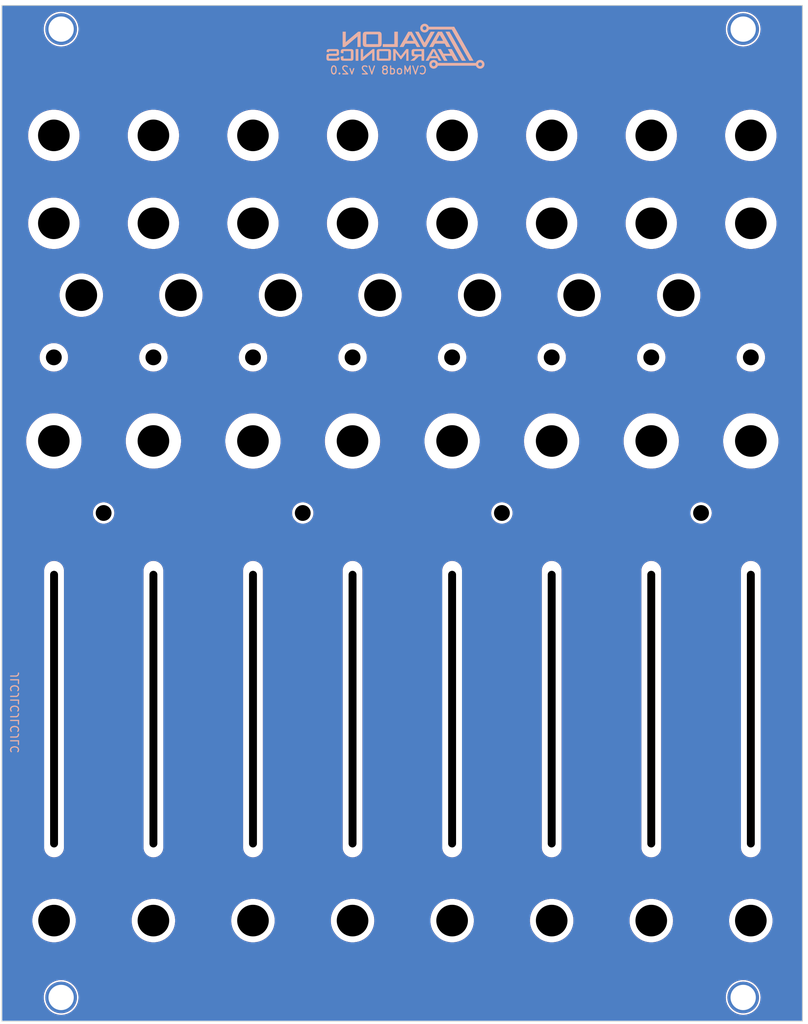
<source format=kicad_pcb>
(kicad_pcb (version 20240108) (generator "pcbnew") (generator_version "8.0")
  (layers (0 "F.Cu" signal) (31 "B.Cu" signal) (34 "B.Paste" user) (35 "F.Paste" user) (36 "B.SilkS" user "B.Silkscreen") (37 "F.SilkS" user "F.Silkscreen") (38 "B.Mask" user) (39 "F.Mask" user) (44 "Edge.Cuts" user))
  (net 0 "")
  (net 1 "GND")
  (footprint "Panels:Panel LED 3mm" (layer "F.Cu") (at 72.014 76.322)
    (property "Reference" "REF**" (hide yes))
    (property "Value" "Panel LED 3mm" (hide yes))
    (pad "" np_thru_hole circle (at 0 0) (size 2 2) (drill 3.1) (layers "Dwgs.User"))
  )
  (footprint "Panels:Panel Jack" (layer "F.Cu") (at 46.8172 48.2396)
    (property "Reference" "REF**" (hide yes))
    (property "Value" "Panel Jack" (hide yes))
    (pad "" np_thru_hole circle (at 0 0) (size 4 4) (drill 6) (layers "Dwgs.User"))
  )
  (footprint "Panels:Panel Screw M2" (layer "F.Cu") (at 128.7068 96.012)
    (property "Reference" "REF**" (hide yes))
    (property "Value" "Panel Screw M2" (hide yes))
    (pad "" np_thru_hole circle (at 0 0) (size 2 2) (drill 2.2) (layers "Dwgs.User"))
  )
  (footprint "Panels:Panel LED 3mm" (layer "F.Cu") (at 59.4156 76.322)
    (property "Reference" "REF**" (hide yes))
    (property "Value" "Panel LED 3mm" (hide yes))
    (pad "" np_thru_hole circle (at 0 0) (size 2 2) (drill 3.1) (layers "Dwgs.User"))
  )
  (footprint "Panels:Panel LED 3mm" (layer "F.Cu") (at 84.6124 76.322)
    (property "Reference" "REF**" (hide yes))
    (property "Value" "Panel LED 3mm" (hide yes))
    (pad "" np_thru_hole circle (at 0 0) (size 2 2) (drill 3.1) (layers "Dwgs.User"))
  )
  (footprint "Panels:Panel Avalon Harmonics Small 13mm" (layer "F.Cu") (at 90.8812 156.4132)
    (property "Reference" "G***" (hide yes))
    (property "Value" "LOGO" (hide yes))
  )
  (footprint "Panels:Panel Jack" (layer "F.Cu") (at 72.014 59.3648)
    (property "Reference" "REF**" (hide yes))
    (property "Value" "Panel Jack" (hide yes))
    (pad "" np_thru_hole circle (at 0 0) (size 4 4) (drill 6) (layers "Dwgs.User"))
  )
  (footprint "Panels:Panel Jack" (layer "F.Cu") (at 135.006 48.2396)
    (property "Reference" "REF**" (hide yes))
    (property "Value" "Panel Jack" (hide yes))
    (pad "" np_thru_hole circle (at 0 0) (size 4 4) (drill 6) (layers "Dwgs.User"))
  )
  (footprint "Panels:Panel Screw" (layer "F.Cu") (at 47.7386 34.7976)
    (property "Reference" "REF**" (hide yes))
    (property "Value" "Panel Screw" (hide yes))
    (pad "" thru_hole circle (at 0 0) (size 4 4) (drill 3.2) (layers "*.Cu" "*.Mask"))
  )
  (footprint "Panels:Panel Switch SubMini" (layer "F.Cu") (at 84.6124 147.574)
    (property "Reference" "REF**" (hide yes))
    (property "Value" "Panel Switch SubMini" (hide yes))
    (pad "" np_thru_hole circle (at 0 0) (size 4 4) (drill 5) (layers "Dwgs.User"))
  )
  (footprint "Panels:Panel Switch SubMini" (layer "F.Cu") (at 97.2108 147.574)
    (property "Reference" "REF**" (hide yes))
    (property "Value" "Panel Switch SubMini" (hide yes))
    (pad "" np_thru_hole circle (at 0 0) (size 4 4) (drill 5) (layers "Dwgs.User"))
  )
  (footprint "Panels:Panel Trimmer Pot" (layer "F.Cu") (at 135.006 86.9002)
    (property "Reference" "REF**" (hide yes))
    (property "Value" "Panel Trimmer Pot" (hide yes))
    (pad "" np_thru_hole circle (at 0 0) (size 4 4) (drill 6.5) (layers "Dwgs.User"))
  )
  (footprint "Panels:Panel Switch SubMini" (layer "F.Cu") (at 135.006 147.574)
    (property "Reference" "REF**" (hide yes))
    (property "Value" "Panel Switch SubMini" (hide yes))
    (pad "" np_thru_hole circle (at 0 0) (size 4 4) (drill 5) (layers "Dwgs.User"))
  )
  (footprint "Panels:Panel Slide Pot 30mm 10 Ticks" (layer "F.Cu") (at 72.014 120.8228)
    (property "Reference" "REF**" (hide yes))
    (property "Value" "Panel Slide Pot 30mm 10 Ticks" (hide yes))
    (pad "" np_thru_hole roundrect (at 0 0) (size 1 35) (drill oval 2 37) (layers "Dwgs.User") (roundrect_rratio 0.5))
  )
  (footprint "Panels:Panel Switch SubMini" (layer "F.Cu") (at 113.284 68.453)
    (property "Reference" "REF**" (hide yes))
    (property "Value" "Panel Switch SubMini" (hide yes))
    (pad "" np_thru_hole circle (at 0 0) (size 4 4) (drill 5) (layers "Dwgs.User"))
  )
  (footprint "Panels:Panel LED 3mm" (layer "F.Cu") (at 135.006 76.322)
    (property "Reference" "REF**" (hide yes))
    (property "Value" "Panel LED 3mm" (hide yes))
    (pad "" np_thru_hole circle (at 0 0) (size 2 2) (drill 3.1) (layers "Dwgs.User"))
  )
  (footprint "Panels:Panel Trimmer Pot" (layer "F.Cu") (at 59.4156 86.9002)
    (property "Reference" "REF**" (hide yes))
    (property "Value" "Panel Trimmer Pot" (hide yes))
    (pad "" np_thru_hole circle (at 0 0) (size 4 4) (drill 6.5) (layers "Dwgs.User"))
  )
  (footprint "Panels:Panel Switch SubMini" (layer "F.Cu") (at 100.6856 68.453)
    (property "Reference" "REF**" (hide yes))
    (property "Value" "Panel Switch SubMini" (hide yes))
    (pad "" np_thru_hole circle (at 0 0) (size 4 4) (drill 5) (layers "Dwgs.User"))
  )
  (footprint "Panels:Panel Slide Pot 30mm 10 Ticks" (layer "F.Cu") (at 46.8452 120.8228)
    (property "Reference" "REF**" (hide yes))
    (property "Value" "Panel Slide Pot 30mm 10 Ticks" (hide yes))
    (pad "" np_thru_hole roundrect (at 0 0) (size 1 35) (drill oval 2 37) (layers "Dwgs.User") (roundrect_rratio 0.5))
  )
  (footprint "Panels:Panel Jack" (layer "F.Cu") (at 109.8092 59.3648)
    (property "Reference" "REF**" (hide yes))
    (property "Value" "Panel Jack" (hide yes))
    (pad "" np_thru_hole circle (at 0 0) (size 4 4) (drill 6) (layers "Dwgs.User"))
  )
  (footprint "Panels:Panel Screw" (layer "F.Cu") (at 134.0386 157.2976)
    (property "Reference" "REF**" (hide yes))
    (property "Value" "Panel Screw" (hide yes))
    (pad "" thru_hole circle (at 0 0) (size 4 4) (drill 3.2) (layers "*.Cu" "*.Mask"))
  )
  (footprint "Panels:Panel Jack" (layer "F.Cu") (at 84.6124 59.3648)
    (property "Reference" "REF**" (hide yes))
    (property "Value" "Panel Jack" (hide yes))
    (pad "" np_thru_hole circle (at 0 0) (size 4 4) (drill 6) (layers "Dwgs.User"))
  )
  (footprint "Panels:Panel Switch SubMini" (layer "F.Cu") (at 59.4156 147.574)
    (property "Reference" "REF**" (hide yes))
    (property "Value" "Panel Switch SubMini" (hide yes))
    (pad "" np_thru_hole circle (at 0 0) (size 4 4) (drill 5) (layers "Dwgs.User"))
  )
  (footprint "Panels_Graphics:CVMod8_V2_Panel" (layer "F.Cu") (at 90.88 96.07)
    (property "Reference" "G***" (hide yes))
    (property "Value" "LOGO" (hide yes))
  )
  (footprint "Panels:Panel LED 3mm" (layer "F.Cu") (at 46.8172 76.322)
    (property "Reference" "REF**" (hide yes))
    (property "Value" "Panel LED 3mm" (hide yes))
    (pad "" np_thru_hole circle (at 0 0) (size 2 2) (drill 3.1) (layers "Dwgs.User"))
  )
  (footprint "Panels:Panel Slide Pot 30mm 10 Ticks" (layer "F.Cu") (at 135.006 120.8228)
    (property "Reference" "REF**" (hide yes))
    (property "Value" "Panel Slide Pot 30mm 10 Ticks" (hide yes))
    (pad "" np_thru_hole roundrect (at 0 0) (size 1 35) (drill oval 2 37) (layers "Dwgs.User") (roundrect_rratio 0.5))
  )
  (footprint "Panels:Panel Jack" (layer "F.Cu") (at 122.4076 48.2396)
    (property "Reference" "REF**" (hide yes))
    (property "Value" "Panel Jack" (hide yes))
    (pad "" np_thru_hole circle (at 0 0) (size 4 4) (drill 6) (layers "Dwgs.User"))
  )
  (footprint "Panels:Panel Jack" (layer "F.Cu") (at 109.8092 48.2396)
    (property "Reference" "REF**" (hide yes))
    (property "Value" "Panel Jack" (hide yes))
    (pad "" np_thru_hole circle (at 0 0) (size 4 4) (drill 6) (layers "Dwgs.User"))
  )
  (footprint "Panels:Panel Switch SubMini" (layer "F.Cu") (at 125.8824 68.453)
    (property "Reference" "REF**" (hide yes))
    (property "Value" "Panel Switch SubMini" (hide yes))
    (pad "" np_thru_hole circle (at 0 0) (size 4 4) (drill 5) (layers "Dwgs.User"))
  )
  (footprint "Panels:Panel Switch SubMini" (layer "F.Cu") (at 50.292 68.453)
    (property "Reference" "REF**" (hide yes))
    (property "Value" "Panel Switch SubMini" (hide yes))
    (pad "" np_thru_hole circle (at 0 0) (size 4 4) (drill 5) (layers "Dwgs.User"))
  )
  (footprint "Panels:Panel Jack" (layer "F.Cu") (at 135.006 59.3648)
    (property "Reference" "REF**" (hide yes))
    (property "Value" "Panel Jack" (hide yes))
    (pad "" np_thru_hole circle (at 0 0) (size 4 4) (drill 6) (layers "Dwgs.User"))
  )
  (footprint "Panels:Panel Trimmer Pot" (layer "F.Cu") (at 72.00975 86.908141)
    (property "Reference" "REF**" (hide yes))
    (property "Value" "Panel Trimmer Pot" (hide yes))
    (pad "" np_thru_hole circle (at 0 0) (size 4 4) (drill 6.5) (layers "Dwgs.User"))
  )
  (footprint "Panels:Panel Trimmer Pot" (layer "F.Cu") (at 97.2108 86.9002)
    (property "Reference" "REF**" (hide yes))
    (property "Value" "Panel Trimmer Pot" (hide yes))
    (pad "" np_thru_hole circle (at 0 0) (size 4 4) (drill 6.5) (layers "Dwgs.User"))
  )
  (footprint "Panels:Panel Switch SubMini" (layer "F.Cu") (at 88.0872 68.453)
    (property "Reference" "REF**" (hide yes))
    (property "Value" "Panel Switch SubMini" (hide yes))
    (pad "" np_thru_hole circle (at 0 0) (size 4 4) (drill 5) (layers "Dwgs.User"))
  )
  (footprint "Panels:Panel Screw M2" (layer "F.Cu") (at 78.3132 96.012)
    (property "Reference" "REF**" (hide yes))
    (property "Value" "Panel Screw M2" (hide yes))
    (pad "" np_thru_hole circle (at 0 0) (size 2 2) (drill 2.2) (layers "Dwgs.User"))
  )
  (footprint "Panels:Panel Switch SubMini" (layer "F.Cu") (at 109.8092 147.574)
    (property "Reference" "REF**" (hide yes))
    (property "Value" "Panel Switch SubMini" (hide yes))
    (pad "" np_thru_hole circle (at 0 0) (size 4 4) (drill 5) (layers "Dwgs.User"))
  )
  (footprint "Panels:Panel Screw M2" (layer "F.Cu") (at 103.51 96.012)
    (property "Reference" "REF**" (hide yes))
    (property "Value" "Panel Screw M2" (hide yes))
    (pad "" np_thru_hole circle (at 0 0) (size 2 2) (drill 2.2) (layers "Dwgs.User"))
  )
  (footprint "Panels:Panel Slide Pot 30mm 10 Ticks" (layer "F.Cu") (at 84.6124 120.8228)
    (property "Reference" "REF**" (hide yes))
    (property "Value" "Panel Slide Pot 30mm 10 Ticks" (hide yes))
    (pad "" np_thru_hole roundrect (at 0 0) (size 1 35) (drill oval 2 37) (layers "Dwgs.User") (roundrect_rratio 0.5))
  )
  (footprint "Panels:Panel Switch SubMini" (layer "F.Cu") (at 122.4076 147.574)
    (property "Reference" "REF**" (hide yes))
    (property "Value" "Panel Switch SubMini" (hide yes))
    (pad "" np_thru_hole circle (at 0 0) (size 4 4) (drill 5) (layers "Dwgs.User"))
  )
  (footprint "Panels:Panel Screw" (layer "F.Cu") (at 134.0386 34.7976)
    (property "Reference" "REF**" (hide yes))
    (property "Value" "Panel Screw" (hide yes))
    (pad "" thru_hole circle (at 0 0) (size 4 4) (drill 3.2) (layers "*.Cu" "*.Mask"))
  )
  (footprint "Panels:Panel LED 3mm" (layer "F.Cu") (at 122.4076 76.322)
    (property "Reference" "REF**" (hide yes))
    (property "Value" "Panel LED 3mm" (hide yes))
    (pad "" np_thru_hole circle (at 0 0) (size 2 2) (drill 3.1) (layers "Dwgs.User"))
  )
  (footprint "Panels:Panel Screw" (layer "F.Cu") (at 47.7386 157.2976)
    (property "Reference" "REF**" (hide yes))
    (property "Value" "Panel Screw" (hide yes))
    (pad "" thru_hole circle (at 0 0) (size 4 4) (drill 3.2) (layers "*.Cu" "*.Mask"))
  )
  (footprint "Panels:Panel Jack" (layer "F.Cu") (at 97.2108 59.3648)
    (property "Reference" "REF**" (hide yes))
    (property "Value" "Panel Jack" (hide yes))
    (pad "" np_thru_hole circle (at 0 0) (size 4 4) (drill 6) (layers "Dwgs.User"))
  )
  (footprint "Panels:Panel Jack" (layer "F.Cu") (at 59.4156 48.2396)
    (property "Reference" "REF**" (hide yes))
    (property "Value" "Panel Jack" (hide yes))
    (pad "" np_thru_hole circle (at 0 0) (size 4 4) (drill 6) (layers "Dwgs.User"))
  )
  (footprint "Panels:Panel Trimmer Pot" (layer "F.Cu") (at 84.60815 86.908141)
    (property "Reference" "REF**" (hide yes))
    (property "Value" "Panel Trimmer Pot" (hide yes))
    (pad "" np_thru_hole circle (at 0 0) (size 4 4) (drill 6.5) (layers "Dwgs.User"))
  )
  (footprint "Panels:Panel Jack" (layer "F.Cu") (at 72.014 48.2396)
    (property "Reference" "REF**" (hide yes))
    (property "Value" "Panel Jack" (hide yes))
    (pad "" np_thru_hole circle (at 0 0) (size 4 4) (drill 6) (layers "Dwgs.User"))
  )
  (footprint "Panels:Panel Trimmer Pot" (layer "F.Cu") (at 122.4076 86.9002)
    (property "Reference" "REF**" (hide yes))
    (property "Value" "Panel Trimmer Pot" (hide yes))
    (pad "" np_thru_hole circle (at 0 0) (size 4 4) (drill 6.5) (layers "Dwgs.User"))
  )
  (footprint "Panels:Panel Jack" (layer "F.Cu") (at 59.4156 59.3648)
    (property "Reference" "REF**" (hide yes))
    (property "Value" "Panel Jack" (hide yes))
    (pad "" np_thru_hole circle (at 0 0) (size 4 4) (drill 6) (layers "Dwgs.User"))
  )
  (footprint "Panels:Panel Jack" (layer "F.Cu") (at 122.4076 59.3648)
    (property "Reference" "REF**" (hide yes))
    (property "Value" "Panel Jack" (hide yes))
    (pad "" np_thru_hole circle (at 0 0) (size 4 4) (drill 6) (layers "Dwgs.User"))
  )
  (footprint "Panels:Panel Slide Pot 30mm 10 Ticks" (layer "F.Cu") (at 109.8092 120.8228)
    (property "Reference" "REF**" (hide yes))
    (property "Value" "Panel Slide Pot 30mm 10 Ticks" (hide yes))
    (pad "" np_thru_hole roundrect (at 0 0) (size 1 35) (drill oval 2 37) (layers "Dwgs.User") (roundrect_rratio 0.5))
  )
  (footprint "Panels:Panel Jack" (layer "F.Cu") (at 84.6124 48.2396)
    (property "Reference" "REF**" (hide yes))
    (property "Value" "Panel Jack" (hide yes))
    (pad "" np_thru_hole circle (at 0 0) (size 4 4) (drill 6) (layers "Dwgs.User"))
  )
  (footprint "Panels:Panel Jack" (layer "F.Cu") (at 46.8172 59.3648)
    (property "Reference" "REF**" (hide yes))
    (property "Value" "Panel Jack" (hide yes))
    (pad "" np_thru_hole circle (at 0 0) (size 4 4) (drill 6) (layers "Dwgs.User"))
  )
  (footprint "Panels:Panel Slide Pot 30mm 10 Ticks" (layer "F.Cu") (at 122.4076 120.8228)
    (property "Reference" "REF**" (hide yes))
    (property "Value" "Panel Slide Pot 30mm 10 Ticks" (hide yes))
    (pad "" np_thru_hole roundrect (at 0 0) (size 1 35) (drill oval 2 37) (layers "Dwgs.User") (roundrect_rratio 0.5))
  )
  (footprint "Panels:Panel Switch SubMini" (layer "F.Cu") (at 75.4888 68.453)
    (property "Reference" "REF**" (hide yes))
    (property "Value" "Panel Switch SubMini" (hide yes))
    (pad "" np_thru_hole circle (at 0 0) (size 4 4) (drill 5) (layers "Dwgs.User"))
  )
  (footprint "Panels:Panel LED 3mm" (layer "F.Cu") (at 97.2108 76.322)
    (property "Reference" "REF**" (hide yes))
    (property "Value" "Panel LED 3mm" (hide yes))
    (pad "" np_thru_hole circle (at 0 0) (size 2 2) (drill 3.1) (layers "Dwgs.User"))
  )
  (footprint "Panels:Panel Trimmer Pot" (layer "F.Cu") (at 46.8172 86.9002)
    (property "Reference" "REF**" (hide yes))
    (property "Value" "Panel Trimmer Pot" (hide yes))
    (pad "" np_thru_hole circle (at 0 0) (size 4 4) (drill 6.5) (layers "Dwgs.User"))
  )
  (footprint "Panels:Panel Trimmer Pot" (layer "F.Cu") (at 109.80495 86.908141)
    (property "Reference" "REF**" (hide yes))
    (property "Value" "Panel Trimmer Pot" (hide yes))
    (pad "" np_thru_hole circle (at 0 0) (size 4 4) (drill 6.5) (layers "Dwgs.User"))
  )
  (footprint "Panels:Panel Jack" (layer "F.Cu") (at 97.2108 48.2396)
    (property "Reference" "REF**" (hide yes))
    (property "Value" "Panel Jack" (hide yes))
    (pad "" np_thru_hole circle (at 0 0) (size 4 4) (drill 6) (layers "Dwgs.User"))
  )
  (footprint "Panels:Panel Switch SubMini" (layer "F.Cu") (at 72.014 147.574)
    (property "Reference" "REF**" (hide yes))
    (property "Value" "Panel Switch SubMini" (hide yes))
    (pad "" np_thru_hole circle (at 0 0) (size 4 4) (drill 5) (layers "Dwgs.User"))
  )
  (footprint "Panels:Panel Slide Pot 30mm 10 Ticks" (layer "F.Cu") (at 59.4156 120.8228)
    (property "Reference" "REF**" (hide yes))
    (property "Value" "Panel Slide Pot 30mm 10 Ticks" (hide yes))
    (pad "" np_thru_hole roundrect (at 0 0) (size 1 35) (drill oval 2 37) (layers "Dwgs.User") (roundrect_rratio 0.5))
  )
  (footprint "Panels:Panel Switch SubMini" (layer "F.Cu") (at 62.8904 68.453)
    (property "Reference" "REF**" (hide yes))
    (property "Value" "Panel Switch SubMini" (hide yes))
    (pad "" np_thru_hole circle (at 0 0) (size 4 4) (drill 5) (layers "Dwgs.User"))
  )
  (footprint "Panels:Panel Slide Pot 30mm 10 Ticks" (layer "F.Cu") (at 97.2108 120.8228)
    (property "Reference" "REF**" (hide yes))
    (property "Value" "Panel Slide Pot 30mm 10 Ticks" (hide yes))
    (pad "" np_thru_hole roundrect (at 0 0) (size 1 35) (drill oval 2 37) (layers "Dwgs.User") (roundrect_rratio 0.5))
  )
  (footprint "Panels:Panel Switch SubMini" (layer "F.Cu") (at 46.8452 147.574)
    (property "Reference" "REF**" (hide yes))
    (property "Value" "Panel Switch SubMini" (hide yes))
    (pad "" np_thru_hole circle (at 0 0) (size 4 4) (drill 5) (layers "Dwgs.User"))
  )
  (footprint "Panels:Panel LED 3mm" (layer "F.Cu") (at 109.8092 76.322)
    (property "Reference" "REF**" (hide yes))
    (property "Value" "Panel LED 3mm" (hide yes))
    (pad "" np_thru_hole circle (at 0 0) (size 2 2) (drill 3.1) (layers "Dwgs.User"))
  )
  (footprint "Panels:Panel Screw M2" (layer "F.Cu") (at 53.1164 96.012)
    (property "Reference" "REF**" (hide yes))
    (property "Value" "Panel Screw M2" (hide yes))
    (pad "" np_thru_hole circle (at 0 0) (size 2 2) (drill 2.2) (layers "Dwgs.User"))
  )
  (footprint "Logos:Avalon Harmonics 20mm" (layer "B.Cu") (at 91.313 36.957 180)
    (property "Reference" "G***" (hide yes))
    (property "Value" "LOGO" (hide yes))
  )
  (gr_rect (start 40.2386 31.7976) (end 141.5386 160.2976) (stroke (width 0.1)) (fill none) (layer "Edge.Cuts"))
  (gr_text "CVMod8 V2 v2.0" (at 87.884 40.005 0) (layer "B.SilkS") (effects (font (size 1 1)) (justify mirror)))
  (gr_text "JLCJLCJLCJLC" (at 41.8896 121.2564 90) (layer "B.SilkS") (effects (font (size 1 1)) (justify mirror)))
  (zone (net 1) (net_name "GND") (layers "F&B.Cu") (connect_pads (clearance 0)) (min_thickness 0.25) (fill yes (thermal_gap 0.5) (thermal_bridge_width 0.5))
    (polygon (pts (xy 40.005 31.115) (xy 142.24 31.115) (xy 142.24 160.655) (xy 40.005 160.655)))
  )
)
</source>
